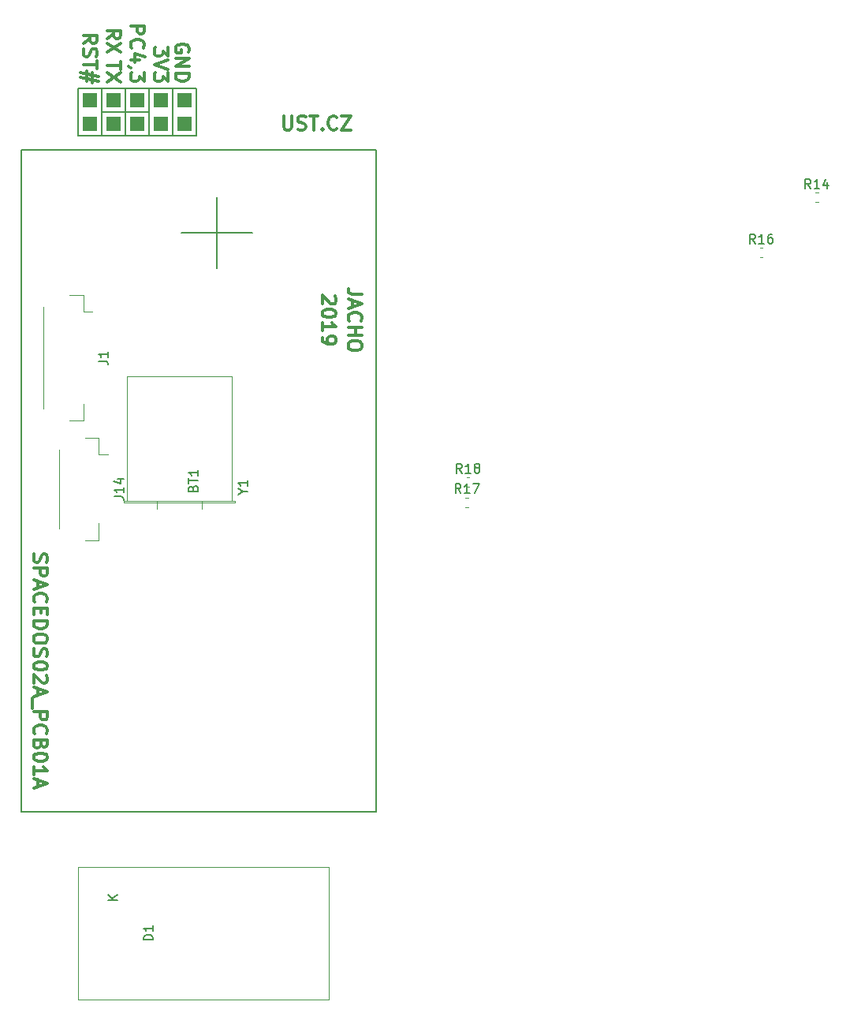
<source format=gbr>
%TF.GenerationSoftware,KiCad,Pcbnew,6.0.4-6f826c9f35~116~ubuntu20.04.1*%
%TF.CreationDate,2022-03-30T14:52:51+00:00*%
%TF.ProjectId,SPACEDOS02B_PCB01A,53504143-4544-44f5-9330-32425f504342,REV*%
%TF.SameCoordinates,Original*%
%TF.FileFunction,Legend,Top*%
%TF.FilePolarity,Positive*%
%FSLAX46Y46*%
G04 Gerber Fmt 4.6, Leading zero omitted, Abs format (unit mm)*
G04 Created by KiCad (PCBNEW 6.0.4-6f826c9f35~116~ubuntu20.04.1) date 2022-03-30 14:52:51*
%MOMM*%
%LPD*%
G01*
G04 APERTURE LIST*
%ADD10C,0.300000*%
%ADD11C,0.150000*%
%ADD12C,0.100000*%
%ADD13C,0.120000*%
%ADD14R,1.524000X1.524000*%
G04 APERTURE END LIST*
D10*
X28214285Y99904429D02*
X28214285Y98690143D01*
X28285714Y98547286D01*
X28357142Y98475858D01*
X28500000Y98404429D01*
X28785714Y98404429D01*
X28928571Y98475858D01*
X29000000Y98547286D01*
X29071428Y98690143D01*
X29071428Y99904429D01*
X29714285Y98475858D02*
X29928571Y98404429D01*
X30285714Y98404429D01*
X30428571Y98475858D01*
X30500000Y98547286D01*
X30571428Y98690143D01*
X30571428Y98833000D01*
X30500000Y98975858D01*
X30428571Y99047286D01*
X30285714Y99118715D01*
X30000000Y99190143D01*
X29857142Y99261572D01*
X29785714Y99333000D01*
X29714285Y99475858D01*
X29714285Y99618715D01*
X29785714Y99761572D01*
X29857142Y99833000D01*
X30000000Y99904429D01*
X30357142Y99904429D01*
X30571428Y99833000D01*
X31000000Y99904429D02*
X31857142Y99904429D01*
X31428571Y98404429D02*
X31428571Y99904429D01*
X32357142Y98547286D02*
X32428571Y98475858D01*
X32357142Y98404429D01*
X32285714Y98475858D01*
X32357142Y98547286D01*
X32357142Y98404429D01*
X33928571Y98547286D02*
X33857142Y98475858D01*
X33642857Y98404429D01*
X33500000Y98404429D01*
X33285714Y98475858D01*
X33142857Y98618715D01*
X33071428Y98761572D01*
X33000000Y99047286D01*
X33000000Y99261572D01*
X33071428Y99547286D01*
X33142857Y99690143D01*
X33285714Y99833000D01*
X33500000Y99904429D01*
X33642857Y99904429D01*
X33857142Y99833000D01*
X33928571Y99761572D01*
X34428571Y99904429D02*
X35428571Y99904429D01*
X34428571Y98404429D01*
X35428571Y98404429D01*
X15807428Y107270572D02*
X15807428Y106342000D01*
X15236000Y106842000D01*
X15236000Y106627715D01*
X15164571Y106484858D01*
X15093142Y106413429D01*
X14950285Y106342000D01*
X14593142Y106342000D01*
X14450285Y106413429D01*
X14378857Y106484858D01*
X14307428Y106627715D01*
X14307428Y107056286D01*
X14378857Y107199143D01*
X14450285Y107270572D01*
X15807428Y105913429D02*
X14307428Y105413429D01*
X15807428Y104913429D01*
X15807428Y104556286D02*
X15807428Y103627715D01*
X15236000Y104127715D01*
X15236000Y103913429D01*
X15164571Y103770572D01*
X15093142Y103699143D01*
X14950285Y103627715D01*
X14593142Y103627715D01*
X14450285Y103699143D01*
X14378857Y103770572D01*
X14307428Y103913429D01*
X14307428Y104342000D01*
X14378857Y104484858D01*
X14450285Y104556286D01*
X33698571Y80572429D02*
X33770000Y80501000D01*
X33841428Y80358143D01*
X33841428Y80001000D01*
X33770000Y79858143D01*
X33698571Y79786715D01*
X33555714Y79715286D01*
X33412857Y79715286D01*
X33198571Y79786715D01*
X32341428Y80643858D01*
X32341428Y79715286D01*
X33841428Y78786715D02*
X33841428Y78643858D01*
X33770000Y78501000D01*
X33698571Y78429572D01*
X33555714Y78358143D01*
X33270000Y78286715D01*
X32912857Y78286715D01*
X32627142Y78358143D01*
X32484285Y78429572D01*
X32412857Y78501000D01*
X32341428Y78643858D01*
X32341428Y78786715D01*
X32412857Y78929572D01*
X32484285Y79001000D01*
X32627142Y79072429D01*
X32912857Y79143858D01*
X33270000Y79143858D01*
X33555714Y79072429D01*
X33698571Y79001000D01*
X33770000Y78929572D01*
X33841428Y78786715D01*
X32341428Y76858143D02*
X32341428Y77715286D01*
X32341428Y77286715D02*
X33841428Y77286715D01*
X33627142Y77429572D01*
X33484285Y77572429D01*
X33412857Y77715286D01*
X32341428Y76143858D02*
X32341428Y75858143D01*
X32412857Y75715286D01*
X32484285Y75643858D01*
X32698571Y75501000D01*
X32984285Y75429572D01*
X33555714Y75429572D01*
X33698571Y75501000D01*
X33770000Y75572429D01*
X33841428Y75715286D01*
X33841428Y76001000D01*
X33770000Y76143858D01*
X33698571Y76215286D01*
X33555714Y76286715D01*
X33198571Y76286715D01*
X33055714Y76215286D01*
X32984285Y76143858D01*
X32912857Y76001000D01*
X32912857Y75715286D01*
X32984285Y75572429D01*
X33055714Y75501000D01*
X33198571Y75429572D01*
X1424857Y52873286D02*
X1353428Y52659000D01*
X1353428Y52301858D01*
X1424857Y52159000D01*
X1496285Y52087572D01*
X1639142Y52016143D01*
X1782000Y52016143D01*
X1924857Y52087572D01*
X1996285Y52159000D01*
X2067714Y52301858D01*
X2139142Y52587572D01*
X2210571Y52730429D01*
X2282000Y52801858D01*
X2424857Y52873286D01*
X2567714Y52873286D01*
X2710571Y52801858D01*
X2782000Y52730429D01*
X2853428Y52587572D01*
X2853428Y52230429D01*
X2782000Y52016143D01*
X1353428Y51373286D02*
X2853428Y51373286D01*
X2853428Y50801858D01*
X2782000Y50659000D01*
X2710571Y50587572D01*
X2567714Y50516143D01*
X2353428Y50516143D01*
X2210571Y50587572D01*
X2139142Y50659000D01*
X2067714Y50801858D01*
X2067714Y51373286D01*
X1782000Y49944715D02*
X1782000Y49230429D01*
X1353428Y50087572D02*
X2853428Y49587572D01*
X1353428Y49087572D01*
X1496285Y47730429D02*
X1424857Y47801858D01*
X1353428Y48016143D01*
X1353428Y48159000D01*
X1424857Y48373286D01*
X1567714Y48516143D01*
X1710571Y48587572D01*
X1996285Y48659000D01*
X2210571Y48659000D01*
X2496285Y48587572D01*
X2639142Y48516143D01*
X2782000Y48373286D01*
X2853428Y48159000D01*
X2853428Y48016143D01*
X2782000Y47801858D01*
X2710571Y47730429D01*
X2139142Y47087572D02*
X2139142Y46587572D01*
X1353428Y46373286D02*
X1353428Y47087572D01*
X2853428Y47087572D01*
X2853428Y46373286D01*
X1353428Y45730429D02*
X2853428Y45730429D01*
X2853428Y45373286D01*
X2782000Y45159000D01*
X2639142Y45016143D01*
X2496285Y44944715D01*
X2210571Y44873286D01*
X1996285Y44873286D01*
X1710571Y44944715D01*
X1567714Y45016143D01*
X1424857Y45159000D01*
X1353428Y45373286D01*
X1353428Y45730429D01*
X2853428Y43944715D02*
X2853428Y43659000D01*
X2782000Y43516143D01*
X2639142Y43373286D01*
X2353428Y43301858D01*
X1853428Y43301858D01*
X1567714Y43373286D01*
X1424857Y43516143D01*
X1353428Y43659000D01*
X1353428Y43944715D01*
X1424857Y44087572D01*
X1567714Y44230429D01*
X1853428Y44301858D01*
X2353428Y44301858D01*
X2639142Y44230429D01*
X2782000Y44087572D01*
X2853428Y43944715D01*
X1424857Y42730429D02*
X1353428Y42516143D01*
X1353428Y42159000D01*
X1424857Y42016143D01*
X1496285Y41944715D01*
X1639142Y41873286D01*
X1782000Y41873286D01*
X1924857Y41944715D01*
X1996285Y42016143D01*
X2067714Y42159000D01*
X2139142Y42444715D01*
X2210571Y42587572D01*
X2282000Y42659000D01*
X2424857Y42730429D01*
X2567714Y42730429D01*
X2710571Y42659000D01*
X2782000Y42587572D01*
X2853428Y42444715D01*
X2853428Y42087572D01*
X2782000Y41873286D01*
X2853428Y40944715D02*
X2853428Y40801858D01*
X2782000Y40659000D01*
X2710571Y40587572D01*
X2567714Y40516143D01*
X2282000Y40444715D01*
X1924857Y40444715D01*
X1639142Y40516143D01*
X1496285Y40587572D01*
X1424857Y40659000D01*
X1353428Y40801858D01*
X1353428Y40944715D01*
X1424857Y41087572D01*
X1496285Y41159000D01*
X1639142Y41230429D01*
X1924857Y41301858D01*
X2282000Y41301858D01*
X2567714Y41230429D01*
X2710571Y41159000D01*
X2782000Y41087572D01*
X2853428Y40944715D01*
X2710571Y39873286D02*
X2782000Y39801858D01*
X2853428Y39659000D01*
X2853428Y39301858D01*
X2782000Y39159000D01*
X2710571Y39087572D01*
X2567714Y39016143D01*
X2424857Y39016143D01*
X2210571Y39087572D01*
X1353428Y39944715D01*
X1353428Y39016143D01*
X1782000Y38444715D02*
X1782000Y37730429D01*
X1353428Y38587572D02*
X2853428Y38087572D01*
X1353428Y37587572D01*
X1210571Y37444715D02*
X1210571Y36301858D01*
X1353428Y35944715D02*
X2853428Y35944715D01*
X2853428Y35373286D01*
X2782000Y35230429D01*
X2710571Y35159000D01*
X2567714Y35087572D01*
X2353428Y35087572D01*
X2210571Y35159000D01*
X2139142Y35230429D01*
X2067714Y35373286D01*
X2067714Y35944715D01*
X1496285Y33587572D02*
X1424857Y33659000D01*
X1353428Y33873286D01*
X1353428Y34016143D01*
X1424857Y34230429D01*
X1567714Y34373286D01*
X1710571Y34444715D01*
X1996285Y34516143D01*
X2210571Y34516143D01*
X2496285Y34444715D01*
X2639142Y34373286D01*
X2782000Y34230429D01*
X2853428Y34016143D01*
X2853428Y33873286D01*
X2782000Y33659000D01*
X2710571Y33587572D01*
X2139142Y32444715D02*
X2067714Y32230429D01*
X1996285Y32159000D01*
X1853428Y32087572D01*
X1639142Y32087572D01*
X1496285Y32159000D01*
X1424857Y32230429D01*
X1353428Y32373286D01*
X1353428Y32944715D01*
X2853428Y32944715D01*
X2853428Y32444715D01*
X2782000Y32301858D01*
X2710571Y32230429D01*
X2567714Y32159000D01*
X2424857Y32159000D01*
X2282000Y32230429D01*
X2210571Y32301858D01*
X2139142Y32444715D01*
X2139142Y32944715D01*
X2853428Y31159000D02*
X2853428Y31016143D01*
X2782000Y30873286D01*
X2710571Y30801858D01*
X2567714Y30730429D01*
X2282000Y30659000D01*
X1924857Y30659000D01*
X1639142Y30730429D01*
X1496285Y30801858D01*
X1424857Y30873286D01*
X1353428Y31016143D01*
X1353428Y31159000D01*
X1424857Y31301858D01*
X1496285Y31373286D01*
X1639142Y31444715D01*
X1924857Y31516143D01*
X2282000Y31516143D01*
X2567714Y31444715D01*
X2710571Y31373286D01*
X2782000Y31301858D01*
X2853428Y31159000D01*
X1353428Y29230429D02*
X1353428Y30087572D01*
X1353428Y29659000D02*
X2853428Y29659000D01*
X2639142Y29801858D01*
X2496285Y29944715D01*
X2424857Y30087572D01*
X1782000Y28659000D02*
X1782000Y27944715D01*
X1353428Y28801858D02*
X2853428Y28301858D01*
X1353428Y27801858D01*
X9227428Y108223000D02*
X9941714Y108723000D01*
X9227428Y109080143D02*
X10727428Y109080143D01*
X10727428Y108508715D01*
X10656000Y108365858D01*
X10584571Y108294429D01*
X10441714Y108223000D01*
X10227428Y108223000D01*
X10084571Y108294429D01*
X10013142Y108365858D01*
X9941714Y108508715D01*
X9941714Y109080143D01*
X10727428Y107723000D02*
X9227428Y106723000D01*
X10727428Y106723000D02*
X9227428Y107723000D01*
X18022000Y106770572D02*
X18093428Y106913429D01*
X18093428Y107127715D01*
X18022000Y107342000D01*
X17879142Y107484858D01*
X17736285Y107556286D01*
X17450571Y107627715D01*
X17236285Y107627715D01*
X16950571Y107556286D01*
X16807714Y107484858D01*
X16664857Y107342000D01*
X16593428Y107127715D01*
X16593428Y106984858D01*
X16664857Y106770572D01*
X16736285Y106699143D01*
X17236285Y106699143D01*
X17236285Y106984858D01*
X16593428Y106056286D02*
X18093428Y106056286D01*
X16593428Y105199143D01*
X18093428Y105199143D01*
X16593428Y104484858D02*
X18093428Y104484858D01*
X18093428Y104127715D01*
X18022000Y103913429D01*
X17879142Y103770572D01*
X17736285Y103699143D01*
X17450571Y103627715D01*
X17236285Y103627715D01*
X16950571Y103699143D01*
X16807714Y103770572D01*
X16664857Y103913429D01*
X16593428Y104127715D01*
X16593428Y104484858D01*
X6687428Y107699143D02*
X7401714Y108199143D01*
X6687428Y108556286D02*
X8187428Y108556286D01*
X8187428Y107984858D01*
X8116000Y107842000D01*
X8044571Y107770572D01*
X7901714Y107699143D01*
X7687428Y107699143D01*
X7544571Y107770572D01*
X7473142Y107842000D01*
X7401714Y107984858D01*
X7401714Y108556286D01*
X6758857Y107127715D02*
X6687428Y106913429D01*
X6687428Y106556286D01*
X6758857Y106413429D01*
X6830285Y106342000D01*
X6973142Y106270572D01*
X7116000Y106270572D01*
X7258857Y106342000D01*
X7330285Y106413429D01*
X7401714Y106556286D01*
X7473142Y106842000D01*
X7544571Y106984858D01*
X7616000Y107056286D01*
X7758857Y107127715D01*
X7901714Y107127715D01*
X8044571Y107056286D01*
X8116000Y106984858D01*
X8187428Y106842000D01*
X8187428Y106484858D01*
X8116000Y106270572D01*
X8187428Y105842000D02*
X8187428Y104984858D01*
X6687428Y105413429D02*
X8187428Y105413429D01*
X7687428Y104556286D02*
X7687428Y103484858D01*
X8330285Y104127715D02*
X6401714Y104556286D01*
X7044571Y103627715D02*
X7044571Y104699143D01*
X6401714Y104056286D02*
X8330285Y103627715D01*
X11767428Y109556286D02*
X13267428Y109556286D01*
X13267428Y108984858D01*
X13196000Y108842000D01*
X13124571Y108770572D01*
X12981714Y108699143D01*
X12767428Y108699143D01*
X12624571Y108770572D01*
X12553142Y108842000D01*
X12481714Y108984858D01*
X12481714Y109556286D01*
X11910285Y107199143D02*
X11838857Y107270572D01*
X11767428Y107484858D01*
X11767428Y107627715D01*
X11838857Y107842000D01*
X11981714Y107984858D01*
X12124571Y108056286D01*
X12410285Y108127715D01*
X12624571Y108127715D01*
X12910285Y108056286D01*
X13053142Y107984858D01*
X13196000Y107842000D01*
X13267428Y107627715D01*
X13267428Y107484858D01*
X13196000Y107270572D01*
X13124571Y107199143D01*
X12767428Y105913429D02*
X11767428Y105913429D01*
X13338857Y106270572D02*
X12267428Y106627715D01*
X12267428Y105699143D01*
X11838857Y105056286D02*
X11767428Y105056286D01*
X11624571Y105127715D01*
X11553142Y105199143D01*
X13267428Y104556286D02*
X13267428Y103627715D01*
X12696000Y104127715D01*
X12696000Y103913429D01*
X12624571Y103770572D01*
X12553142Y103699143D01*
X12410285Y103627715D01*
X12053142Y103627715D01*
X11910285Y103699143D01*
X11838857Y103770572D01*
X11767428Y103913429D01*
X11767428Y104342000D01*
X11838857Y104484858D01*
X11910285Y104556286D01*
X36635428Y80751000D02*
X35564000Y80751000D01*
X35349714Y80822429D01*
X35206857Y80965286D01*
X35135428Y81179572D01*
X35135428Y81322429D01*
X35564000Y80108143D02*
X35564000Y79393858D01*
X35135428Y80251000D02*
X36635428Y79751000D01*
X35135428Y79251000D01*
X35278285Y77893858D02*
X35206857Y77965286D01*
X35135428Y78179572D01*
X35135428Y78322429D01*
X35206857Y78536715D01*
X35349714Y78679572D01*
X35492571Y78751000D01*
X35778285Y78822429D01*
X35992571Y78822429D01*
X36278285Y78751000D01*
X36421142Y78679572D01*
X36564000Y78536715D01*
X36635428Y78322429D01*
X36635428Y78179572D01*
X36564000Y77965286D01*
X36492571Y77893858D01*
X35135428Y77251000D02*
X36635428Y77251000D01*
X35921142Y77251000D02*
X35921142Y76393858D01*
X35135428Y76393858D02*
X36635428Y76393858D01*
X36635428Y75393858D02*
X36635428Y75108143D01*
X36564000Y74965286D01*
X36421142Y74822429D01*
X36135428Y74751000D01*
X35635428Y74751000D01*
X35349714Y74822429D01*
X35206857Y74965286D01*
X35135428Y75108143D01*
X35135428Y75393858D01*
X35206857Y75536715D01*
X35349714Y75679572D01*
X35635428Y75751000D01*
X36135428Y75751000D01*
X36421142Y75679572D01*
X36564000Y75536715D01*
X36635428Y75393858D01*
X10727428Y105770572D02*
X10727428Y104913429D01*
X9227428Y105342000D02*
X10727428Y105342000D01*
X10727428Y104556286D02*
X9227428Y103556286D01*
X10727428Y103556286D02*
X9227428Y104556286D01*
D11*
%TO.C,BT1*%
X18478571Y59943286D02*
X18526190Y60086143D01*
X18573809Y60133762D01*
X18669047Y60181381D01*
X18811904Y60181381D01*
X18907142Y60133762D01*
X18954761Y60086143D01*
X19002380Y59990905D01*
X19002380Y59609953D01*
X18002380Y59609953D01*
X18002380Y59943286D01*
X18050000Y60038524D01*
X18097619Y60086143D01*
X18192857Y60133762D01*
X18288095Y60133762D01*
X18383333Y60086143D01*
X18430952Y60038524D01*
X18478571Y59943286D01*
X18478571Y59609953D01*
X18002380Y60467096D02*
X18002380Y61038524D01*
X19002380Y60752810D02*
X18002380Y60752810D01*
X19002380Y61895667D02*
X19002380Y61324239D01*
X19002380Y61609953D02*
X18002380Y61609953D01*
X18145238Y61514715D01*
X18240476Y61419477D01*
X18288095Y61324239D01*
X21034285Y83589477D02*
X21034285Y91208524D01*
X24843809Y87399000D02*
X17224761Y87399000D01*
%TO.C,D1*%
X14168380Y11476905D02*
X13168380Y11476905D01*
X13168380Y11715000D01*
X13216000Y11857858D01*
X13311238Y11953096D01*
X13406476Y12000715D01*
X13596952Y12048334D01*
X13739809Y12048334D01*
X13930285Y12000715D01*
X14025523Y11953096D01*
X14120761Y11857858D01*
X14168380Y11715000D01*
X14168380Y11476905D01*
X14168380Y13000715D02*
X14168380Y12429286D01*
X14168380Y12715000D02*
X13168380Y12715000D01*
X13311238Y12619762D01*
X13406476Y12524524D01*
X13454095Y12429286D01*
X10358380Y15763096D02*
X9358380Y15763096D01*
X10358380Y16334524D02*
X9786952Y15905953D01*
X9358380Y16334524D02*
X9929809Y15763096D01*
%TO.C,J14*%
X10007180Y59055877D02*
X10721466Y59055877D01*
X10864323Y59008258D01*
X10959561Y58913020D01*
X11007180Y58770162D01*
X11007180Y58674924D01*
X11007180Y60055877D02*
X11007180Y59484448D01*
X11007180Y59770162D02*
X10007180Y59770162D01*
X10150038Y59674924D01*
X10245276Y59579686D01*
X10292895Y59484448D01*
X10340514Y60913020D02*
X11007180Y60913020D01*
X9959561Y60674924D02*
X10673847Y60436829D01*
X10673847Y61055877D01*
%TO.C,Y1*%
X23819190Y59598310D02*
X24295380Y59598310D01*
X23295380Y59264977D02*
X23819190Y59598310D01*
X23295380Y59931643D01*
X24295380Y60788786D02*
X24295380Y60217358D01*
X24295380Y60503072D02*
X23295380Y60503072D01*
X23438238Y60407834D01*
X23533476Y60312596D01*
X23581095Y60217358D01*
%TO.C,R16*%
X78859142Y86217620D02*
X78525809Y86693810D01*
X78287714Y86217620D02*
X78287714Y87217620D01*
X78668666Y87217620D01*
X78763904Y87170000D01*
X78811523Y87122381D01*
X78859142Y87027143D01*
X78859142Y86884286D01*
X78811523Y86789048D01*
X78763904Y86741429D01*
X78668666Y86693810D01*
X78287714Y86693810D01*
X79811523Y86217620D02*
X79240095Y86217620D01*
X79525809Y86217620D02*
X79525809Y87217620D01*
X79430571Y87074762D01*
X79335333Y86979524D01*
X79240095Y86931905D01*
X80668666Y87217620D02*
X80478190Y87217620D01*
X80382952Y87170000D01*
X80335333Y87122381D01*
X80240095Y86979524D01*
X80192476Y86789048D01*
X80192476Y86408096D01*
X80240095Y86312858D01*
X80287714Y86265239D01*
X80382952Y86217620D01*
X80573428Y86217620D01*
X80668666Y86265239D01*
X80716285Y86312858D01*
X80763904Y86408096D01*
X80763904Y86646191D01*
X80716285Y86741429D01*
X80668666Y86789048D01*
X80573428Y86836667D01*
X80382952Y86836667D01*
X80287714Y86789048D01*
X80240095Y86741429D01*
X80192476Y86646191D01*
%TO.C,R14*%
X84799142Y92116620D02*
X84465809Y92592810D01*
X84227714Y92116620D02*
X84227714Y93116620D01*
X84608666Y93116620D01*
X84703904Y93069000D01*
X84751523Y93021381D01*
X84799142Y92926143D01*
X84799142Y92783286D01*
X84751523Y92688048D01*
X84703904Y92640429D01*
X84608666Y92592810D01*
X84227714Y92592810D01*
X85751523Y92116620D02*
X85180095Y92116620D01*
X85465809Y92116620D02*
X85465809Y93116620D01*
X85370571Y92973762D01*
X85275333Y92878524D01*
X85180095Y92830905D01*
X86608666Y92783286D02*
X86608666Y92116620D01*
X86370571Y93164239D02*
X86132476Y92449953D01*
X86751523Y92449953D01*
%TO.C,J1*%
X8330780Y73603667D02*
X9045066Y73603667D01*
X9187923Y73556048D01*
X9283161Y73460810D01*
X9330780Y73317953D01*
X9330780Y73222715D01*
X9330780Y74603667D02*
X9330780Y74032239D01*
X9330780Y74317953D02*
X8330780Y74317953D01*
X8473638Y74222715D01*
X8568876Y74127477D01*
X8616495Y74032239D01*
%TO.C,R18*%
X47363142Y61579620D02*
X47029809Y62055810D01*
X46791714Y61579620D02*
X46791714Y62579620D01*
X47172666Y62579620D01*
X47267904Y62532000D01*
X47315523Y62484381D01*
X47363142Y62389143D01*
X47363142Y62246286D01*
X47315523Y62151048D01*
X47267904Y62103429D01*
X47172666Y62055810D01*
X46791714Y62055810D01*
X48315523Y61579620D02*
X47744095Y61579620D01*
X48029809Y61579620D02*
X48029809Y62579620D01*
X47934571Y62436762D01*
X47839333Y62341524D01*
X47744095Y62293905D01*
X48886952Y62151048D02*
X48791714Y62198667D01*
X48744095Y62246286D01*
X48696476Y62341524D01*
X48696476Y62389143D01*
X48744095Y62484381D01*
X48791714Y62532000D01*
X48886952Y62579620D01*
X49077428Y62579620D01*
X49172666Y62532000D01*
X49220285Y62484381D01*
X49267904Y62389143D01*
X49267904Y62341524D01*
X49220285Y62246286D01*
X49172666Y62198667D01*
X49077428Y62151048D01*
X48886952Y62151048D01*
X48791714Y62103429D01*
X48744095Y62055810D01*
X48696476Y61960572D01*
X48696476Y61770096D01*
X48744095Y61674858D01*
X48791714Y61627239D01*
X48886952Y61579620D01*
X49077428Y61579620D01*
X49172666Y61627239D01*
X49220285Y61674858D01*
X49267904Y61770096D01*
X49267904Y61960572D01*
X49220285Y62055810D01*
X49172666Y62103429D01*
X49077428Y62151048D01*
%TO.C,R17*%
X47236142Y59420620D02*
X46902809Y59896810D01*
X46664714Y59420620D02*
X46664714Y60420620D01*
X47045666Y60420620D01*
X47140904Y60373000D01*
X47188523Y60325381D01*
X47236142Y60230143D01*
X47236142Y60087286D01*
X47188523Y59992048D01*
X47140904Y59944429D01*
X47045666Y59896810D01*
X46664714Y59896810D01*
X48188523Y59420620D02*
X47617095Y59420620D01*
X47902809Y59420620D02*
X47902809Y60420620D01*
X47807571Y60277762D01*
X47712333Y60182524D01*
X47617095Y60134905D01*
X48521857Y60420620D02*
X49188523Y60420620D01*
X48759952Y59420620D01*
%TO.C,J19*%
X6096000Y97813000D02*
X6096000Y102893000D01*
X8636000Y97813000D02*
X6096000Y97813000D01*
X8636000Y102893000D02*
X8636000Y97813000D01*
X6096000Y102893000D02*
X8636000Y102893000D01*
%TO.C,J6*%
X11176000Y102893000D02*
X11176000Y100353000D01*
X8636000Y102893000D02*
X11176000Y102893000D01*
X8636000Y100353000D02*
X8636000Y102893000D01*
X11176000Y100353000D02*
X8636000Y100353000D01*
%TO.C,J4*%
X11176000Y100353000D02*
X11176000Y102893000D01*
X11176000Y102893000D02*
X13716000Y102893000D01*
X13716000Y102893000D02*
X13716000Y100353000D01*
X13716000Y100353000D02*
X11176000Y100353000D01*
%TO.C,J7*%
X11176000Y100353000D02*
X11176000Y97813000D01*
X8636000Y100353000D02*
X11176000Y100353000D01*
X8636000Y97813000D02*
X8636000Y100353000D01*
X11176000Y97813000D02*
X8636000Y97813000D01*
%TO.C,J5*%
X11176000Y97813000D02*
X11176000Y100353000D01*
X13716000Y100353000D02*
X13716000Y97813000D01*
X11176000Y100353000D02*
X13716000Y100353000D01*
X13716000Y97813000D02*
X11176000Y97813000D01*
%TO.C,BT1*%
X38100000Y25229000D02*
X0Y25229000D01*
X38100000Y96229000D02*
X0Y96229000D01*
X0Y96229000D02*
X0Y25229000D01*
X38100000Y96229000D02*
X38100000Y25229000D01*
%TO.C,J3*%
X13716000Y97813000D02*
X13716000Y102893000D01*
X13716000Y102893000D02*
X16256000Y102893000D01*
X16256000Y97813000D02*
X13716000Y97813000D01*
X16256000Y102893000D02*
X16256000Y97813000D01*
%TO.C,J2*%
X16256000Y97813000D02*
X16256000Y102893000D01*
X18796000Y102893000D02*
X18796000Y97813000D01*
X16256000Y102893000D02*
X18796000Y102893000D01*
X18796000Y97813000D02*
X16256000Y97813000D01*
D12*
%TO.C,D1*%
X33096000Y19315000D02*
X33096000Y5115000D01*
X33096000Y19315000D02*
X6096000Y19315000D01*
X33096000Y5115000D02*
X6096000Y5115000D01*
X6096000Y19315000D02*
X6096000Y5115000D01*
D13*
%TO.C,J14*%
X8364800Y54380400D02*
X8364800Y56180400D01*
X6914800Y65350400D02*
X8364800Y65350400D01*
X4094800Y64080400D02*
X4094800Y55650400D01*
X8364800Y63550400D02*
X9354800Y63550400D01*
X8364800Y65350400D02*
X8364800Y63550400D01*
X6914800Y54380400D02*
X8364800Y54380400D01*
%TO.C,Y1*%
X19468000Y57712000D02*
X19468000Y57712000D01*
X19468000Y58562000D02*
X19468000Y57712000D01*
X11018000Y58562000D02*
X23018000Y58562000D01*
X14568000Y58562000D02*
X14568000Y57712000D01*
X23018000Y58562000D02*
X23018000Y58442000D01*
X11018000Y58442000D02*
X11018000Y58562000D01*
X11368000Y58562000D02*
X22668000Y58562000D01*
X11368000Y71962000D02*
X11368000Y58562000D01*
X23018000Y58442000D02*
X11018000Y58442000D01*
X14568000Y57712000D02*
X14568000Y57712000D01*
X22668000Y58562000D02*
X22668000Y71962000D01*
X22668000Y71962000D02*
X11368000Y71962000D01*
%TO.C,R16*%
X79339221Y85750000D02*
X79664779Y85750000D01*
X79339221Y84730000D02*
X79664779Y84730000D01*
%TO.C,R14*%
X85279221Y91649000D02*
X85604779Y91649000D01*
X85279221Y90629000D02*
X85604779Y90629000D01*
%TO.C,J1*%
X5238400Y67202000D02*
X6688400Y67202000D01*
X6688400Y80672000D02*
X6688400Y78872000D01*
X5238400Y80672000D02*
X6688400Y80672000D01*
X2418400Y79402000D02*
X2418400Y68472000D01*
X6688400Y78872000D02*
X7678400Y78872000D01*
X6688400Y67202000D02*
X6688400Y69002000D01*
%TO.C,R18*%
X47843221Y61112000D02*
X48168779Y61112000D01*
X47843221Y60092000D02*
X48168779Y60092000D01*
%TO.C,R17*%
X47716221Y57933000D02*
X48041779Y57933000D01*
X47716221Y58953000D02*
X48041779Y58953000D01*
%TD*%
D14*
%TO.C,J19*%
X7366000Y99083000D03*
X7366000Y101623000D03*
%TD*%
%TO.C,J6*%
X9906000Y101623000D03*
%TD*%
%TO.C,J4*%
X12446000Y101623000D03*
%TD*%
%TO.C,J7*%
X9906000Y99083000D03*
%TD*%
%TO.C,J5*%
X12446000Y99083000D03*
%TD*%
%TO.C,J3*%
X14986000Y101623000D03*
X14986000Y99083000D03*
%TD*%
%TO.C,J2*%
X17526000Y101623000D03*
X17526000Y99083000D03*
%TD*%
M02*

</source>
